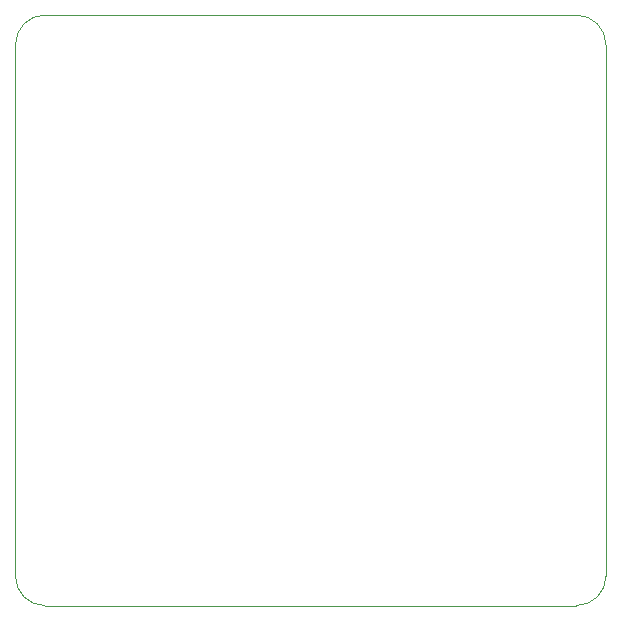
<source format=gbr>
%TF.GenerationSoftware,KiCad,Pcbnew,(6.0.0)*%
%TF.CreationDate,2022-09-29T22:13:06+02:00*%
%TF.ProjectId,bobbycar-lora-can-ethernet,626f6262-7963-4617-922d-6c6f72612d63,rev?*%
%TF.SameCoordinates,Original*%
%TF.FileFunction,Profile,NP*%
%FSLAX46Y46*%
G04 Gerber Fmt 4.6, Leading zero omitted, Abs format (unit mm)*
G04 Created by KiCad (PCBNEW (6.0.0)) date 2022-09-29 22:13:06*
%MOMM*%
%LPD*%
G01*
G04 APERTURE LIST*
%TA.AperFunction,Profile*%
%ADD10C,0.100000*%
%TD*%
G04 APERTURE END LIST*
D10*
X47500000Y-50000000D02*
X2500000Y-50000000D01*
X2500000Y0D02*
X47500000Y0D01*
X50000000Y-2500000D02*
G75*
G03*
X47500000Y0I-2500000J0D01*
G01*
X47500000Y-50000000D02*
G75*
G03*
X50000000Y-47500000I0J2500000D01*
G01*
X0Y-47500000D02*
G75*
G03*
X2500000Y-50000000I2500000J0D01*
G01*
X0Y-47500000D02*
X0Y-2500000D01*
X50000000Y-2500000D02*
X50000000Y-47500000D01*
X2500000Y0D02*
G75*
G03*
X0Y-2500000I0J-2500000D01*
G01*
M02*

</source>
